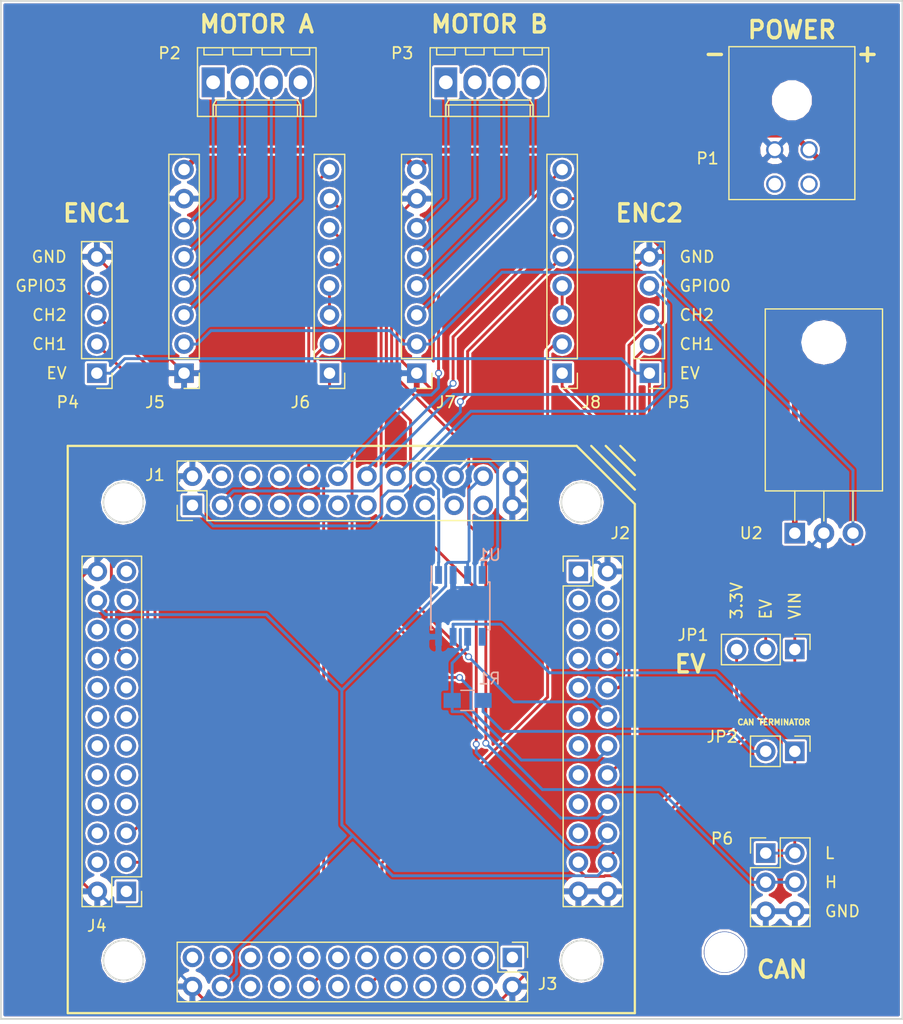
<source format=kicad_pcb>
(kicad_pcb (version 4) (host pcbnew 4.0.7+dfsg1-1~bpo9+1)
  (layers (0 F.Cu signal) (31 B.Cu signal) (34 B.Paste user) (35 F.Paste user) (36 B.SilkS user) (37 F.SilkS user) (38 B.Mask user) (39 F.Mask user) (44 Edge.Cuts user))
  (net 0 "")
  (net 1 GND)
  (net 2 /+3V3)
  (net 3 /GPIO0)
  (net 4 /TIM4_CH2)
  (net 5 /GPIO11)
  (net 6 /QSPI_NCS)
  (net 7 /I2C1_SCL)
  (net 8 /QSPI_IO2)
  (net 9 /I2C1_SDA)
  (net 10 /QSPI_IO1)
  (net 11 /A-EN)
  (net 12 /GPIO10)
  (net 13 /B-EN)
  (net 14 /GPIO13)
  (net 15 /B-MS2)
  (net 16 /SPI3_MOSI)
  (net 17 /B-MS3)
  (net 18 /SPI3_MISO)
  (net 19 /CAN3_TX)
  (net 20 /SPI3_SCK)
  (net 21 /CAN3_RX)
  (net 22 "Net-(J1-Pad21)")
  (net 23 /GPIO15)
  (net 24 /TIM8_CH4)
  (net 25 /SWCLK)
  (net 26 /TIM8_CH3)
  (net 27 /SWDIO)
  (net 28 /TIM8_CH2)
  (net 29 /B-DIR)
  (net 30 /TIM8_CH1)
  (net 31 /B-MS1)
  (net 32 /GPIO7)
  (net 33 /A-MS3)
  (net 34 /CAN1_TX)
  (net 35 /A-DIR)
  (net 36 /CAN1_RX)
  (net 37 /TIM4_CH1)
  (net 38 /UART5_TX)
  (net 39 /A-MS1)
  (net 40 /UART5_RX)
  (net 41 /A-MS2)
  (net 42 /VDD)
  (net 43 /TIM12_CH2)
  (net 44 /TIM12_CH1)
  (net 45 /TIM1_BKIN)
  (net 46 /I2C2_SCL)
  (net 47 /TIM1_CH3N)
  (net 48 /I2C2_SDA)
  (net 49 /TIM1_CH3)
  (net 50 /ADC_IN7)
  (net 51 /TIM1_CH2N)
  (net 52 /GPIO6)
  (net 53 /B-STEP)
  (net 54 /GPIO5)
  (net 55 /TIM1_CH1N)
  (net 56 /QSPI_CLK)
  (net 57 /A-STEP)
  (net 58 /ADC_IN14)
  (net 59 /SPI1_MOSI)
  (net 60 /SPI1_SCK)
  (net 61 /SPI1_MISO)
  (net 62 "Net-(J3-Pad21)")
  (net 63 /DAC1_OUT)
  (net 64 /TIM3_CH4)
  (net 65 /TIM2_CH2)
  (net 66 /TIM3_CH3)
  (net 67 /TIM2_CH1)
  (net 68 /ADC_IN13)
  (net 69 /ADC_IN10)
  (net 70 /ADC_IN15)
  (net 71 /SPI2_MOSI)
  (net 72 /NRST)
  (net 73 /SPI2_MISO)
  (net 74 /ADC_IN3)
  (net 75 /SPI2_SCK)
  (net 76 /ADC_IN2)
  (net 77 /GPIO4)
  (net 78 /VBAT)
  (net 79 /GPIO3)
  (net 80 /TIM9_CH2)
  (net 81 /GPIO2)
  (net 82 /TIM9_CH1)
  (net 83 "Net-(J4-Pad21)")
  (net 84 /GPIO1)
  (net 85 /A-1B)
  (net 86 /A-1A)
  (net 87 /A-2A)
  (net 88 /A-2B)
  (net 89 /VMOT)
  (net 90 /A-RST)
  (net 91 /B-1B)
  (net 92 /B-1A)
  (net 93 /B-2A)
  (net 94 /B-2B)
  (net 95 /B-RST)
  (net 96 /EV)
  (net 97 "Net-(JP2-Pad1)")
  (net 98 "Net-(JP2-Pad2)")
  (net 99 "Net-(U1-Pad5)")
  (net 100 "Net-(P6-Pad3)")
  (module Connectors_Molex:Molex_Microfit3_Header_02x02_Angled_43045-040x (layer F.Cu) (at 181.886 47.21 180)
    (fp_text reference P1 (at 5.866 -0.76 180) (layer F.SilkS))
    (fp_text value CONN_01X02)
    (pad 3 thru_hole circle (at 0 -3 180) (size 1.5 1.5) (drill 1.1) (layers *.Cu *.Mask))
    (pad 1 thru_hole circle (at 0 0 180) (size 1.5 1.5) (drill 1.1) (layers *.Cu *.Mask) (net 1 GND))
    (pad 4 thru_hole circle (at -3 -3 180) (size 1.5 1.5) (drill 1.1) (layers *.Cu *.Mask))
    (pad 2 thru_hole circle (at -3 0 180) (size 1.5 1.5) (drill 1.1) (layers *.Cu *.Mask) (net 89 /VMOT))
    (pad "" np_thru_hole circle (at -1.5 4.32 180) (size 3.1 3.1) (drill 3.1) (layers *.Cu *.Mask))
  )
  (module Socket_Strips:Socket_Strip_Straight_1x08_Pitch2.54mm (layer F.Cu) (at 130.3 66.72 180)
    (fp_text reference J5 (at 2.54 -2.54 180) (layer F.SilkS))
    (fp_text value CONN_01X08)
    (pad 1 thru_hole rect (at 0 0 180) (size 1.7 1.7) (drill 1) (layers *.Cu *.Mask) (net 1 GND))
    (pad 2 thru_hole oval (at 0 2.54 180) (size 1.7 1.7) (drill 1) (layers *.Cu *.Mask) (net 42 /VDD))
    (pad 3 thru_hole oval (at 0 5.08 180) (size 1.7 1.7) (drill 1) (layers *.Cu *.Mask) (net 85 /A-1B))
    (pad 4 thru_hole oval (at 0 7.62 180) (size 1.7 1.7) (drill 1) (layers *.Cu *.Mask) (net 86 /A-1A))
    (pad 5 thru_hole oval (at 0 10.16 180) (size 1.7 1.7) (drill 1) (layers *.Cu *.Mask) (net 87 /A-2A))
    (pad 6 thru_hole oval (at 0 12.7 180) (size 1.7 1.7) (drill 1) (layers *.Cu *.Mask) (net 88 /A-2B))
    (pad 7 thru_hole oval (at 0 15.24 180) (size 1.7 1.7) (drill 1) (layers *.Cu *.Mask) (net 1 GND))
    (pad 8 thru_hole oval (at 0 17.78 180) (size 1.7 1.7) (drill 1) (layers *.Cu *.Mask) (net 89 /VMOT))
  )
  (module Socket_Strips:Socket_Strip_Straight_1x08_Pitch2.54mm (layer F.Cu) (at 143 66.72 180)
    (fp_text reference J6 (at 2.54 -2.54 180) (layer F.SilkS))
    (fp_text value CONN_01X08)
    (pad 1 thru_hole rect (at 0 0 180) (size 1.7 1.7) (drill 1) (layers *.Cu *.Mask) (net 35 /A-DIR))
    (pad 2 thru_hole oval (at 0 2.54 180) (size 1.7 1.7) (drill 1) (layers *.Cu *.Mask) (net 57 /A-STEP))
    (pad 3 thru_hole oval (at 0 5.08 180) (size 1.7 1.7) (drill 1) (layers *.Cu *.Mask) (net 90 /A-RST))
    (pad 4 thru_hole oval (at 0 7.62 180) (size 1.7 1.7) (drill 1) (layers *.Cu *.Mask) (net 90 /A-RST))
    (pad 5 thru_hole oval (at 0 10.16 180) (size 1.7 1.7) (drill 1) (layers *.Cu *.Mask) (net 33 /A-MS3))
    (pad 6 thru_hole oval (at 0 12.7 180) (size 1.7 1.7) (drill 1) (layers *.Cu *.Mask) (net 41 /A-MS2))
    (pad 7 thru_hole oval (at 0 15.24 180) (size 1.7 1.7) (drill 1) (layers *.Cu *.Mask) (net 39 /A-MS1))
    (pad 8 thru_hole oval (at 0 17.78 180) (size 1.7 1.7) (drill 1) (layers *.Cu *.Mask) (net 11 /A-EN))
  )
  (module Socket_Strips:Socket_Strip_Straight_1x08_Pitch2.54mm (layer F.Cu) (at 150.62 66.72 180)
    (fp_text reference J7 (at -2.54 -2.54 180) (layer F.SilkS))
    (fp_text value CONN_01X08)
    (pad 1 thru_hole rect (at 0 0 180) (size 1.7 1.7) (drill 1) (layers *.Cu *.Mask) (net 1 GND))
    (pad 2 thru_hole oval (at 0 2.54 180) (size 1.7 1.7) (drill 1) (layers *.Cu *.Mask) (net 42 /VDD))
    (pad 3 thru_hole oval (at 0 5.08 180) (size 1.7 1.7) (drill 1) (layers *.Cu *.Mask) (net 91 /B-1B))
    (pad 4 thru_hole oval (at 0 7.62 180) (size 1.7 1.7) (drill 1) (layers *.Cu *.Mask) (net 92 /B-1A))
    (pad 5 thru_hole oval (at 0 10.16 180) (size 1.7 1.7) (drill 1) (layers *.Cu *.Mask) (net 93 /B-2A))
    (pad 6 thru_hole oval (at 0 12.7 180) (size 1.7 1.7) (drill 1) (layers *.Cu *.Mask) (net 94 /B-2B))
    (pad 7 thru_hole oval (at 0 15.24 180) (size 1.7 1.7) (drill 1) (layers *.Cu *.Mask) (net 1 GND))
    (pad 8 thru_hole oval (at 0 17.78 180) (size 1.7 1.7) (drill 1) (layers *.Cu *.Mask) (net 89 /VMOT))
  )
  (module Socket_Strips:Socket_Strip_Straight_1x08_Pitch2.54mm (layer F.Cu) (at 163.32 66.72 180)
    (fp_text reference J8 (at -2.54 -2.54 180) (layer F.SilkS))
    (fp_text value CONN_01X08)
    (pad 1 thru_hole rect (at 0 0 180) (size 1.7 1.7) (drill 1) (layers *.Cu *.Mask) (net 29 /B-DIR))
    (pad 2 thru_hole oval (at 0 2.54 180) (size 1.7 1.7) (drill 1) (layers *.Cu *.Mask) (net 53 /B-STEP))
    (pad 3 thru_hole oval (at 0 5.08 180) (size 1.7 1.7) (drill 1) (layers *.Cu *.Mask) (net 95 /B-RST))
    (pad 4 thru_hole oval (at 0 7.62 180) (size 1.7 1.7) (drill 1) (layers *.Cu *.Mask) (net 95 /B-RST))
    (pad 5 thru_hole oval (at 0 10.16 180) (size 1.7 1.7) (drill 1) (layers *.Cu *.Mask) (net 17 /B-MS3))
    (pad 6 thru_hole oval (at 0 12.7 180) (size 1.7 1.7) (drill 1) (layers *.Cu *.Mask) (net 15 /B-MS2))
    (pad 7 thru_hole oval (at 0 15.24 180) (size 1.7 1.7) (drill 1) (layers *.Cu *.Mask) (net 31 /B-MS1))
    (pad 8 thru_hole oval (at 0 17.78 180) (size 1.7 1.7) (drill 1) (layers *.Cu *.Mask) (net 13 /B-EN))
  )
  (module Pin_Headers:Pin_Header_Straight_1x03_Pitch2.54mm (layer F.Cu) (at 183.64 90.85 270)
    (fp_text reference JP1 (at -1.27 8.89 540) (layer F.SilkS))
    (fp_text value Jumper_NC_Dual)
    (pad 1 thru_hole rect (at 0 0 270) (size 1.7 1.7) (drill 1) (layers *.Cu *.Mask) (net 42 /VDD))
    (pad 2 thru_hole oval (at 0 2.54 270) (size 1.7 1.7) (drill 1) (layers *.Cu *.Mask) (net 96 /EV))
    (pad 3 thru_hole oval (at 0 5.08 270) (size 1.7 1.7) (drill 1) (layers *.Cu *.Mask) (net 2 /+3V3))
  )
  (module Pin_Headers:Pin_Header_Straight_1x02_Pitch2.54mm (layer F.Cu) (at 183.64 99.74 270)
    (fp_text reference JP2 (at -1.27 6.35 540) (layer F.SilkS))
    (fp_text value Jumper)
    (pad 1 thru_hole rect (at 0 0 270) (size 1.7 1.7) (drill 1) (layers *.Cu *.Mask) (net 97 "Net-(JP2-Pad1)"))
    (pad 2 thru_hole oval (at 0 2.54 270) (size 1.7 1.7) (drill 1) (layers *.Cu *.Mask) (net 98 "Net-(JP2-Pad2)"))
  )
  (module Connectors_Molex:Molex_KK-6410-04_04x2.54mm_Straight (layer F.Cu) (at 132.84 41.32)
    (fp_text reference P2 (at -3.81 -2.54) (layer F.SilkS))
    (fp_text value CONN_01X04)
    (pad 1 thru_hole rect (at 0 0) (size 2 2.6) (drill 1.2) (layers *.Cu *.Mask) (net 88 /A-2B))
    (pad 2 thru_hole oval (at 2.54 0) (size 2 2.6) (drill 1.2) (layers *.Cu *.Mask) (net 87 /A-2A))
    (pad 3 thru_hole oval (at 5.08 0) (size 2 2.6) (drill 1.2) (layers *.Cu *.Mask) (net 86 /A-1A))
    (pad 4 thru_hole oval (at 7.62 0) (size 2 2.6) (drill 1.2) (layers *.Cu *.Mask) (net 85 /A-1B))
  )
  (module Connectors_Molex:Molex_KK-6410-04_04x2.54mm_Straight (layer F.Cu) (at 153.16 41.32)
    (fp_text reference P3 (at -3.81 -2.54) (layer F.SilkS))
    (fp_text value CONN_01X04)
    (pad 1 thru_hole rect (at 0 0) (size 2 2.6) (drill 1.2) (layers *.Cu *.Mask) (net 94 /B-2B))
    (pad 2 thru_hole oval (at 2.54 0) (size 2 2.6) (drill 1.2) (layers *.Cu *.Mask) (net 93 /B-2A))
    (pad 3 thru_hole oval (at 5.08 0) (size 2 2.6) (drill 1.2) (layers *.Cu *.Mask) (net 92 /B-1A))
    (pad 4 thru_hole oval (at 7.62 0) (size 2 2.6) (drill 1.2) (layers *.Cu *.Mask) (net 91 /B-1B))
  )
  (module Pin_Headers:Pin_Header_Straight_1x05_Pitch2.54mm (layer F.Cu) (at 122.68 66.72 180)
    (fp_text reference P4 (at 2.54 -2.54 180) (layer F.SilkS))
    (fp_text value CONN_01X05)
    (pad 1 thru_hole rect (at 0 0 180) (size 1.7 1.7) (drill 1) (layers *.Cu *.Mask) (net 96 /EV))
    (pad 2 thru_hole oval (at 0 2.54 180) (size 1.7 1.7) (drill 1) (layers *.Cu *.Mask) (net 67 /TIM2_CH1))
    (pad 3 thru_hole oval (at 0 5.08 180) (size 1.7 1.7) (drill 1) (layers *.Cu *.Mask) (net 65 /TIM2_CH2))
    (pad 4 thru_hole oval (at 0 7.62 180) (size 1.7 1.7) (drill 1) (layers *.Cu *.Mask) (net 79 /GPIO3))
    (pad 5 thru_hole oval (at 0 10.16 180) (size 1.7 1.7) (drill 1) (layers *.Cu *.Mask) (net 1 GND))
  )
  (module Pin_Headers:Pin_Header_Straight_1x05_Pitch2.54mm (layer F.Cu) (at 170.94 66.72 180)
    (fp_text reference P5 (at -2.54 -2.54 180) (layer F.SilkS))
    (fp_text value CONN_01X05)
    (pad 1 thru_hole rect (at 0 0 180) (size 1.7 1.7) (drill 1) (layers *.Cu *.Mask) (net 96 /EV))
    (pad 2 thru_hole oval (at 0 2.54 180) (size 1.7 1.7) (drill 1) (layers *.Cu *.Mask) (net 37 /TIM4_CH1))
    (pad 3 thru_hole oval (at 0 5.08 180) (size 1.7 1.7) (drill 1) (layers *.Cu *.Mask) (net 4 /TIM4_CH2))
    (pad 4 thru_hole oval (at 0 7.62 180) (size 1.7 1.7) (drill 1) (layers *.Cu *.Mask) (net 3 /GPIO0))
    (pad 5 thru_hole oval (at 0 10.16 180) (size 1.7 1.7) (drill 1) (layers *.Cu *.Mask) (net 1 GND))
  )
  (module libs:CAN_Header (layer F.Cu) (at 181.1 108.63)
    (fp_text reference P6 (at -3.81 -1.27) (layer F.SilkS))
    (fp_text value Conn_02x03_Odd_Even)
    (pad 1 thru_hole rect (at 0 0) (size 1.7 1.7) (drill 1) (layers *.Cu *.Mask) (net 97 "Net-(JP2-Pad1)"))
    (pad 2 thru_hole oval (at 2.54 0) (size 1.7 1.7) (drill 1) (layers *.Cu *.Mask) (net 97 "Net-(JP2-Pad1)"))
    (pad 3 thru_hole oval (at 0 2.54) (size 1.7 1.7) (drill 1) (layers *.Cu *.Mask) (net 100 "Net-(P6-Pad3)"))
    (pad 4 thru_hole oval (at 2.54 2.54) (size 1.7 1.7) (drill 1) (layers *.Cu *.Mask) (net 100 "Net-(P6-Pad3)"))
    (pad 5 thru_hole oval (at 0 5.08) (size 1.7 1.7) (drill 1) (layers *.Cu *.Mask) (net 1 GND))
    (pad 6 thru_hole oval (at 2.54 5.08) (size 1.7 1.7) (drill 1) (layers *.Cu *.Mask) (net 1 GND))
    (pad "" np_thru_hole circle (at -3.6 8.65) (size 3.6 3.6) (drill 3.5) (layers *.Cu *.Mask))
  )
  (module Resistors_SMD:R_0805_HandSoldering (layer B.Cu) (at 155.065 95.295 180)
    (fp_text reference R1 (at -1.905 1.905 180) (layer B.SilkS) (effects (justify mirror)))
    (fp_text value R120)
    (pad 1 smd rect (at -1.35 0 180) (size 1.5 1.3) (layers B.Cu B.Paste B.Mask) (net 98 "Net-(JP2-Pad2)"))
    (pad 2 smd rect (at 1.35 0 180) (size 1.5 1.3) (layers B.Cu B.Paste B.Mask) (net 100 "Net-(P6-Pad3)"))
  )
  (module Housings_SOIC:SOIC-8_3.9x4.9mm_Pitch1.27mm (layer B.Cu) (at 154.43 87.04 270)
    (fp_text reference U1 (at -4.445 -2.54 360) (layer B.SilkS) (effects (justify mirror)))
    (fp_text value SN65HVD230)
    (pad 1 smd rect (at -2.7 1.905 270) (size 1.55 0.6) (layers B.Cu B.Paste B.Mask) (net 19 /CAN3_TX))
    (pad 2 smd rect (at -2.7 0.635 270) (size 1.55 0.6) (layers B.Cu B.Paste B.Mask) (net 1 GND))
    (pad 3 smd rect (at -2.7 -0.635 270) (size 1.55 0.6) (layers B.Cu B.Paste B.Mask) (net 2 /+3V3))
    (pad 4 smd rect (at -2.7 -1.905 270) (size 1.55 0.6) (layers B.Cu B.Paste B.Mask) (net 21 /CAN3_RX))
    (pad 5 smd rect (at 2.7 -1.905 270) (size 1.55 0.6) (layers B.Cu B.Paste B.Mask) (net 99 "Net-(U1-Pad5)"))
    (pad 6 smd rect (at 2.7 -0.635 270) (size 1.55 0.6) (layers B.Cu B.Paste B.Mask) (net 100 "Net-(P6-Pad3)"))
    (pad 7 smd rect (at 2.7 0.635 270) (size 1.55 0.6) (layers B.Cu B.Paste B.Mask) (net 97 "Net-(JP2-Pad1)"))
    (pad 8 smd rect (at 2.7 1.905 270) (size 1.55 0.6) (layers B.Cu B.Paste B.Mask) (net 1 GND))
  )
  (module Pin_Headers:Pin_Header_Straight_2x12_Pitch2.54mm (layer F.Cu) (at 131.03 78.26 90)
    (fp_text reference J1 (at 2.65 -3.27 180) (layer F.SilkS))
    (fp_text value Conn_02x12_Odd_Even)
    (pad 1 thru_hole rect (at 0 0 90) (size 1.7 1.7) (drill 1) (layers *.Cu *.Mask) (net 3 /GPIO0))
    (pad 2 thru_hole oval (at 2.54 0 90) (size 1.7 1.7) (drill 1) (layers *.Cu *.Mask) (net 1 GND))
    (pad 3 thru_hole oval (at 0 2.54 90) (size 1.7 1.7) (drill 1) (layers *.Cu *.Mask) (net 4 /TIM4_CH2))
    (pad 4 thru_hole oval (at 2.54 2.54 90) (size 1.7 1.7) (drill 1) (layers *.Cu *.Mask) (net 5 /GPIO11))
    (pad 5 thru_hole oval (at 0 5.08 90) (size 1.7 1.7) (drill 1) (layers *.Cu *.Mask) (net 6 /QSPI_NCS))
    (pad 6 thru_hole oval (at 2.54 5.08 90) (size 1.7 1.7) (drill 1) (layers *.Cu *.Mask) (net 7 /I2C1_SCL))
    (pad 7 thru_hole oval (at 0 7.62 90) (size 1.7 1.7) (drill 1) (layers *.Cu *.Mask) (net 8 /QSPI_IO2))
    (pad 8 thru_hole oval (at 2.54 7.62 90) (size 1.7 1.7) (drill 1) (layers *.Cu *.Mask) (net 9 /I2C1_SDA))
    (pad 9 thru_hole oval (at 0 10.16 90) (size 1.7 1.7) (drill 1) (layers *.Cu *.Mask) (net 10 /QSPI_IO1))
    (pad 10 thru_hole oval (at 2.54 10.16 90) (size 1.7 1.7) (drill 1) (layers *.Cu *.Mask) (net 11 /A-EN))
    (pad 11 thru_hole oval (at 0 12.7 90) (size 1.7 1.7) (drill 1) (layers *.Cu *.Mask) (net 12 /GPIO10))
    (pad 12 thru_hole oval (at 2.54 12.7 90) (size 1.7 1.7) (drill 1) (layers *.Cu *.Mask) (net 13 /B-EN))
    (pad 13 thru_hole oval (at 0 15.24 90) (size 1.7 1.7) (drill 1) (layers *.Cu *.Mask) (net 14 /GPIO13))
    (pad 14 thru_hole oval (at 2.54 15.24 90) (size 1.7 1.7) (drill 1) (layers *.Cu *.Mask) (net 15 /B-MS2))
    (pad 15 thru_hole oval (at 0 17.78 90) (size 1.7 1.7) (drill 1) (layers *.Cu *.Mask) (net 16 /SPI3_MOSI))
    (pad 16 thru_hole oval (at 2.54 17.78 90) (size 1.7 1.7) (drill 1) (layers *.Cu *.Mask) (net 17 /B-MS3))
    (pad 17 thru_hole oval (at 0 20.32 90) (size 1.7 1.7) (drill 1) (layers *.Cu *.Mask) (net 18 /SPI3_MISO))
    (pad 18 thru_hole oval (at 2.54 20.32 90) (size 1.7 1.7) (drill 1) (layers *.Cu *.Mask) (net 19 /CAN3_TX))
    (pad 19 thru_hole oval (at 0 22.86 90) (size 1.7 1.7) (drill 1) (layers *.Cu *.Mask) (net 20 /SPI3_SCK))
    (pad 20 thru_hole oval (at 2.54 22.86 90) (size 1.7 1.7) (drill 1) (layers *.Cu *.Mask) (net 21 /CAN3_RX))
    (pad 21 thru_hole oval (at 0 25.4 90) (size 1.7 1.7) (drill 1) (layers *.Cu *.Mask) (net 22 "Net-(J1-Pad21)"))
    (pad 22 thru_hole oval (at 2.54 25.4 90) (size 1.7 1.7) (drill 1) (layers *.Cu *.Mask) (net 2 /+3V3))
    (pad 23 thru_hole oval (at 0 27.94 90) (size 1.7 1.7) (drill 1) (layers *.Cu *.Mask) (net 1 GND))
    (pad 24 thru_hole oval (at 2.54 27.94 90) (size 1.7 1.7) (drill 1) (layers *.Cu *.Mask) (net 1 GND))
  )
  (module Pin_Headers:Pin_Header_Straight_2x12_Pitch2.54mm (layer F.Cu) (at 164.74 84.03)
    (fp_text reference J2 (at 3.66 -3.34) (layer F.SilkS))
    (fp_text value Conn_02x12_Odd_Even)
    (pad 1 thru_hole rect (at 0 0) (size 1.7 1.7) (drill 1) (layers *.Cu *.Mask) (net 23 /GPIO15))
    (pad 2 thru_hole oval (at 2.54 0) (size 1.7 1.7) (drill 1) (layers *.Cu *.Mask) (net 1 GND))
    (pad 3 thru_hole oval (at 0 2.54) (size 1.7 1.7) (drill 1) (layers *.Cu *.Mask) (net 24 /TIM8_CH4))
    (pad 4 thru_hole oval (at 2.54 2.54) (size 1.7 1.7) (drill 1) (layers *.Cu *.Mask) (net 25 /SWCLK))
    (pad 5 thru_hole oval (at 0 5.08) (size 1.7 1.7) (drill 1) (layers *.Cu *.Mask) (net 26 /TIM8_CH3))
    (pad 6 thru_hole oval (at 2.54 5.08) (size 1.7 1.7) (drill 1) (layers *.Cu *.Mask) (net 27 /SWDIO))
    (pad 7 thru_hole oval (at 0 7.62) (size 1.7 1.7) (drill 1) (layers *.Cu *.Mask) (net 28 /TIM8_CH2))
    (pad 8 thru_hole oval (at 2.54 7.62) (size 1.7 1.7) (drill 1) (layers *.Cu *.Mask) (net 29 /B-DIR))
    (pad 9 thru_hole oval (at 0 10.16) (size 1.7 1.7) (drill 1) (layers *.Cu *.Mask) (net 30 /TIM8_CH1))
    (pad 10 thru_hole oval (at 2.54 10.16) (size 1.7 1.7) (drill 1) (layers *.Cu *.Mask) (net 31 /B-MS1))
    (pad 11 thru_hole oval (at 0 12.7) (size 1.7 1.7) (drill 1) (layers *.Cu *.Mask) (net 32 /GPIO7))
    (pad 12 thru_hole oval (at 2.54 12.7) (size 1.7 1.7) (drill 1) (layers *.Cu *.Mask) (net 33 /A-MS3))
    (pad 13 thru_hole oval (at 0 15.24) (size 1.7 1.7) (drill 1) (layers *.Cu *.Mask) (net 34 /CAN1_TX))
    (pad 14 thru_hole oval (at 2.54 15.24) (size 1.7 1.7) (drill 1) (layers *.Cu *.Mask) (net 35 /A-DIR))
    (pad 15 thru_hole oval (at 0 17.78) (size 1.7 1.7) (drill 1) (layers *.Cu *.Mask) (net 36 /CAN1_RX))
    (pad 16 thru_hole oval (at 2.54 17.78) (size 1.7 1.7) (drill 1) (layers *.Cu *.Mask) (net 37 /TIM4_CH1))
    (pad 17 thru_hole oval (at 0 20.32) (size 1.7 1.7) (drill 1) (layers *.Cu *.Mask) (net 38 /UART5_TX))
    (pad 18 thru_hole oval (at 2.54 20.32) (size 1.7 1.7) (drill 1) (layers *.Cu *.Mask) (net 39 /A-MS1))
    (pad 19 thru_hole oval (at 0 22.86) (size 1.7 1.7) (drill 1) (layers *.Cu *.Mask) (net 40 /UART5_RX))
    (pad 20 thru_hole oval (at 2.54 22.86) (size 1.7 1.7) (drill 1) (layers *.Cu *.Mask) (net 41 /A-MS2))
    (pad 21 thru_hole oval (at 0 25.4) (size 1.7 1.7) (drill 1) (layers *.Cu *.Mask) (net 42 /VDD))
    (pad 22 thru_hole oval (at 2.54 25.4) (size 1.7 1.7) (drill 1) (layers *.Cu *.Mask) (net 2 /+3V3))
    (pad 23 thru_hole oval (at 0 27.94) (size 1.7 1.7) (drill 1) (layers *.Cu *.Mask) (net 1 GND))
    (pad 24 thru_hole oval (at 2.54 27.94) (size 1.7 1.7) (drill 1) (layers *.Cu *.Mask) (net 1 GND))
  )
  (module Pin_Headers:Pin_Header_Straight_2x12_Pitch2.54mm (layer F.Cu) (at 158.97 117.74 270)
    (fp_text reference J3 (at 2.32 -3.08 360) (layer F.SilkS))
    (fp_text value Conn_02x12_Odd_Even)
    (pad 1 thru_hole rect (at 0 0 270) (size 1.7 1.7) (drill 1) (layers *.Cu *.Mask) (net 43 /TIM12_CH2))
    (pad 2 thru_hole oval (at 2.54 0 270) (size 1.7 1.7) (drill 1) (layers *.Cu *.Mask) (net 1 GND))
    (pad 3 thru_hole oval (at 0 2.54 270) (size 1.7 1.7) (drill 1) (layers *.Cu *.Mask) (net 44 /TIM12_CH1))
    (pad 4 thru_hole oval (at 2.54 2.54 270) (size 1.7 1.7) (drill 1) (layers *.Cu *.Mask) (net 45 /TIM1_BKIN))
    (pad 5 thru_hole oval (at 0 5.08 270) (size 1.7 1.7) (drill 1) (layers *.Cu *.Mask) (net 46 /I2C2_SCL))
    (pad 6 thru_hole oval (at 2.54 5.08 270) (size 1.7 1.7) (drill 1) (layers *.Cu *.Mask) (net 47 /TIM1_CH3N))
    (pad 7 thru_hole oval (at 0 7.62 270) (size 1.7 1.7) (drill 1) (layers *.Cu *.Mask) (net 48 /I2C2_SDA))
    (pad 8 thru_hole oval (at 2.54 7.62 270) (size 1.7 1.7) (drill 1) (layers *.Cu *.Mask) (net 49 /TIM1_CH3))
    (pad 9 thru_hole oval (at 0 10.16 270) (size 1.7 1.7) (drill 1) (layers *.Cu *.Mask) (net 50 /ADC_IN7))
    (pad 10 thru_hole oval (at 2.54 10.16 270) (size 1.7 1.7) (drill 1) (layers *.Cu *.Mask) (net 51 /TIM1_CH2N))
    (pad 11 thru_hole oval (at 0 12.7 270) (size 1.7 1.7) (drill 1) (layers *.Cu *.Mask) (net 52 /GPIO6))
    (pad 12 thru_hole oval (at 2.54 12.7 270) (size 1.7 1.7) (drill 1) (layers *.Cu *.Mask) (net 53 /B-STEP))
    (pad 13 thru_hole oval (at 0 15.24 270) (size 1.7 1.7) (drill 1) (layers *.Cu *.Mask) (net 54 /GPIO5))
    (pad 14 thru_hole oval (at 2.54 15.24 270) (size 1.7 1.7) (drill 1) (layers *.Cu *.Mask) (net 55 /TIM1_CH1N))
    (pad 15 thru_hole oval (at 0 17.78 270) (size 1.7 1.7) (drill 1) (layers *.Cu *.Mask) (net 56 /QSPI_CLK))
    (pad 16 thru_hole oval (at 2.54 17.78 270) (size 1.7 1.7) (drill 1) (layers *.Cu *.Mask) (net 57 /A-STEP))
    (pad 17 thru_hole oval (at 0 20.32 270) (size 1.7 1.7) (drill 1) (layers *.Cu *.Mask) (net 58 /ADC_IN14))
    (pad 18 thru_hole oval (at 2.54 20.32 270) (size 1.7 1.7) (drill 1) (layers *.Cu *.Mask) (net 59 /SPI1_MOSI))
    (pad 19 thru_hole oval (at 0 22.86 270) (size 1.7 1.7) (drill 1) (layers *.Cu *.Mask) (net 60 /SPI1_SCK))
    (pad 20 thru_hole oval (at 2.54 22.86 270) (size 1.7 1.7) (drill 1) (layers *.Cu *.Mask) (net 61 /SPI1_MISO))
    (pad 21 thru_hole oval (at 0 25.4 270) (size 1.7 1.7) (drill 1) (layers *.Cu *.Mask) (net 62 "Net-(J3-Pad21)"))
    (pad 22 thru_hole oval (at 2.54 25.4 270) (size 1.7 1.7) (drill 1) (layers *.Cu *.Mask) (net 2 /+3V3))
    (pad 23 thru_hole oval (at 0 27.94 270) (size 1.7 1.7) (drill 1) (layers *.Cu *.Mask) (net 63 /DAC1_OUT))
    (pad 24 thru_hole oval (at 2.54 27.94 270) (size 1.7 1.7) (drill 1) (layers *.Cu *.Mask) (net 1 GND))
  )
  (module Pin_Headers:Pin_Header_Straight_2x12_Pitch2.54mm (layer F.Cu) (at 125.26 111.97 180)
    (fp_text reference J4 (at 2.58 -3.01 180) (layer F.SilkS))
    (fp_text value Conn_02x12_Odd_Even)
    (pad 1 thru_hole rect (at 0 0 180) (size 1.7 1.7) (drill 1) (layers *.Cu *.Mask) (net 64 /TIM3_CH4))
    (pad 2 thru_hole oval (at 2.54 0 180) (size 1.7 1.7) (drill 1) (layers *.Cu *.Mask) (net 1 GND))
    (pad 3 thru_hole oval (at 0 2.54 180) (size 1.7 1.7) (drill 1) (layers *.Cu *.Mask) (net 65 /TIM2_CH2))
    (pad 4 thru_hole oval (at 2.54 2.54 180) (size 1.7 1.7) (drill 1) (layers *.Cu *.Mask) (net 66 /TIM3_CH3))
    (pad 5 thru_hole oval (at 0 5.08 180) (size 1.7 1.7) (drill 1) (layers *.Cu *.Mask) (net 67 /TIM2_CH1))
    (pad 6 thru_hole oval (at 2.54 5.08 180) (size 1.7 1.7) (drill 1) (layers *.Cu *.Mask) (net 68 /ADC_IN13))
    (pad 7 thru_hole oval (at 0 7.62 180) (size 1.7 1.7) (drill 1) (layers *.Cu *.Mask) (net 69 /ADC_IN10))
    (pad 8 thru_hole oval (at 2.54 7.62 180) (size 1.7 1.7) (drill 1) (layers *.Cu *.Mask) (net 70 /ADC_IN15))
    (pad 9 thru_hole oval (at 0 10.16 180) (size 1.7 1.7) (drill 1) (layers *.Cu *.Mask) (net 71 /SPI2_MOSI))
    (pad 10 thru_hole oval (at 2.54 10.16 180) (size 1.7 1.7) (drill 1) (layers *.Cu *.Mask) (net 72 /NRST))
    (pad 11 thru_hole oval (at 0 12.7 180) (size 1.7 1.7) (drill 1) (layers *.Cu *.Mask) (net 73 /SPI2_MISO))
    (pad 12 thru_hole oval (at 2.54 12.7 180) (size 1.7 1.7) (drill 1) (layers *.Cu *.Mask) (net 74 /ADC_IN3))
    (pad 13 thru_hole oval (at 0 15.24 180) (size 1.7 1.7) (drill 1) (layers *.Cu *.Mask) (net 75 /SPI2_SCK))
    (pad 14 thru_hole oval (at 2.54 15.24 180) (size 1.7 1.7) (drill 1) (layers *.Cu *.Mask) (net 76 /ADC_IN2))
    (pad 15 thru_hole oval (at 0 17.78 180) (size 1.7 1.7) (drill 1) (layers *.Cu *.Mask) (net 77 /GPIO4))
    (pad 16 thru_hole oval (at 2.54 17.78 180) (size 1.7 1.7) (drill 1) (layers *.Cu *.Mask) (net 78 /VBAT))
    (pad 17 thru_hole oval (at 0 20.32 180) (size 1.7 1.7) (drill 1) (layers *.Cu *.Mask) (net 79 /GPIO3))
    (pad 18 thru_hole oval (at 2.54 20.32 180) (size 1.7 1.7) (drill 1) (layers *.Cu *.Mask) (net 80 /TIM9_CH2))
    (pad 19 thru_hole oval (at 0 22.86 180) (size 1.7 1.7) (drill 1) (layers *.Cu *.Mask) (net 81 /GPIO2))
    (pad 20 thru_hole oval (at 2.54 22.86 180) (size 1.7 1.7) (drill 1) (layers *.Cu *.Mask) (net 82 /TIM9_CH1))
    (pad 21 thru_hole oval (at 0 25.4 180) (size 1.7 1.7) (drill 1) (layers *.Cu *.Mask) (net 83 "Net-(J4-Pad21)"))
    (pad 22 thru_hole oval (at 2.54 25.4 180) (size 1.7 1.7) (drill 1) (layers *.Cu *.Mask) (net 2 /+3V3))
    (pad 23 thru_hole oval (at 0 27.94 180) (size 1.7 1.7) (drill 1) (layers *.Cu *.Mask) (net 84 /GPIO1))
    (pad 24 thru_hole oval (at 2.54 27.94 180) (size 1.7 1.7) (drill 1) (layers *.Cu *.Mask) (net 1 GND))
  )
  (module TO_SOT_Packages_THT:TO-220_Horizontal (layer F.Cu) (at 183.64 80.69)
    (fp_text reference U2 (at -3.81 0) (layer F.SilkS))
    (fp_text value 7805)
    (pad 0 np_thru_hole oval (at 2.54 -16.66) (size 3.5 3.5) (drill 3.5) (layers *.Cu *.Mask))
    (pad 1 thru_hole rect (at 0 0) (size 1.8 1.8) (drill 1) (layers *.Cu *.Mask) (net 89 /VMOT))
    (pad 2 thru_hole oval (at 2.54 0) (size 1.8 1.8) (drill 1) (layers *.Cu *.Mask) (net 1 GND))
    (pad 3 thru_hole oval (at 5.08 0) (size 1.8 1.8) (drill 1) (layers *.Cu *.Mask) (net 42 /VDD))
  )
  (gr_line (start 193.038 34.208) (end 193.038 123.108) (layer Edge.Cuts) (width 0.15))
  (gr_line (start 114.298 34.208) (end 193.038 34.208) (layer Edge.Cuts) (width 0.15))
  (gr_line (start 114.298 123.108) (end 114.298 34.208) (layer Edge.Cuts) (width 0.15))
  (gr_line (start 193.038 123.108) (end 114.298 123.108) (layer Edge.Cuts) (width 0.15))
  (gr_text - (at 176.655 38.78) (layer F.SilkS) (effects (font (size 1.5 1.5) (thickness 0.3))))
  (gr_text + (at 189.99 38.78) (layer F.SilkS) (effects (font (size 1.5 1.5) (thickness 0.3))))
  (gr_text POWER (at 183.386 36.748) (layer F.SilkS) (effects (font (size 1.5 1.5) (thickness 0.3))))
  (gr_line (start 168.4 73.07) (end 169.67 74.34) (angle 90) (layer F.SilkS) (width 0.2))
  (gr_line (start 169.67 75.61) (end 168.4 74.34) (angle 90) (layer F.SilkS) (width 0.2))
  (gr_line (start 167.13 73.07) (end 169.67 75.61) (angle 90) (layer F.SilkS) (width 0.2))
  (gr_line (start 169.67 76.88) (end 167.13 74.34) (angle 90) (layer F.SilkS) (width 0.2))
  (gr_line (start 165.86 73.07) (end 169.67 76.88) (angle 90) (layer F.SilkS) (width 0.2))
  (gr_line (start 120.14 122.6) (end 120.14 73.07) (angle 90) (layer F.SilkS) (width 0.2))
  (gr_line (start 169.67 122.6) (end 120.14 122.6) (angle 90) (layer F.SilkS) (width 0.2))
  (gr_line (start 169.67 78.15) (end 169.67 122.6) (angle 90) (layer F.SilkS) (width 0.2))
  (gr_line (start 164.59 73.07) (end 169.67 78.15) (angle 90) (layer F.SilkS) (width 0.2))
  (gr_line (start 120.14 73.07) (end 164.59 73.07) (angle 90) (layer F.SilkS) (width 0.2))
  (gr_text GND (at 186.18 113.71) (layer F.SilkS) (effects (font (size 1 1)) (justify left)))
  (gr_text H (at 186.18 111.17) (layer F.SilkS) (effects (font (size 1 1)) (justify left)))
  (gr_text L (at 186.18 108.63) (layer F.SilkS) (effects (font (size 1 1)) (justify left)))
  (gr_text CAN (at 184.91 118.79) (layer F.SilkS) (effects (font (size 1.5 1.5) (thickness 0.3)) (justify right)))
  (gr_text "CAN TERMINATOR" (at 178.56 97.2) (layer F.SilkS) (effects (font (size 0.5 0.5) (thickness 0.125)) (justify left)))
  (gr_text EV (at 176.02 92.12) (layer F.SilkS) (effects (font (size 1.5 1.5) (thickness 0.3)) (justify right)))
  (gr_text VIN (at 183.64 88.31 90) (layer F.SilkS) (effects (font (size 1 1)) (justify left)))
  (gr_text EV (at 181.1 88.31 90) (layer F.SilkS) (effects (font (size 1 1)) (justify left)))
  (gr_text 3.3V (at 178.56 88.31 90) (layer F.SilkS) (effects (font (size 1 1)) (justify left)))
  (gr_text "EV\n" (at 173.48 66.72) (layer F.SilkS) (effects (font (size 1 1)) (justify left)))
  (gr_text CH1 (at 173.48 64.18) (layer F.SilkS) (effects (font (size 1 1)) (justify left)))
  (gr_text CH2 (at 173.48 61.64) (layer F.SilkS) (effects (font (size 1 1)) (justify left)))
  (gr_text GPIO0 (at 173.48 59.1) (layer F.SilkS) (effects (font (size 1 1)) (justify left)))
  (gr_text GND (at 173.48 56.56) (layer F.SilkS) (effects (font (size 1 1)) (justify left)))
  (gr_text ENC2 (at 170.94 52.75) (layer F.SilkS) (effects (font (size 1.5 1.5) (thickness 0.3))))
  (gr_text ENC1 (at 122.68 52.75) (layer F.SilkS) (effects (font (size 1.5 1.5) (thickness 0.3))))
  (gr_text EV (at 120.14 66.72) (layer F.SilkS) (effects (font (size 1 1)) (justify right)))
  (gr_text CH1 (at 120.14 64.18) (layer F.SilkS) (effects (font (size 1 1)) (justify right)))
  (gr_text CH2 (at 120.14 61.64) (layer F.SilkS) (effects (font (size 1 1)) (justify right)))
  (gr_text GPIO3 (at 120.14 59.1) (layer F.SilkS) (effects (font (size 1 1)) (justify right)))
  (gr_text GND (at 120.14 56.56) (layer F.SilkS) (effects (font (size 1 1)) (justify right)))
  (gr_text "MOTOR B" (at 156.97 36.24) (layer F.SilkS) (effects (font (size 1.5 1.5) (thickness 0.3))))
  (gr_text "MOTOR A" (at 136.65 36.24) (layer F.SilkS) (effects (font (size 1.5 1.5) (thickness 0.3))))
  (gr_circle (center 125 78) (end 126.75 78) (layer Edge.Cuts) (width 0.15))
  (gr_circle (center 165 78) (end 166.75 78) (layer Edge.Cuts) (width 0.15))
  (gr_circle (center 125 118) (end 126.75 118) (layer Edge.Cuts) (width 0.15))
  (gr_circle (center 165 118) (end 166.75 118) (layer Edge.Cuts) (width 0.15))
  (segment (start 170.94 56.56) (end 174.75 52.75) (width 0.25) (layer B.Cu) (net 1))
  (segment (start 174.75 52.75) (end 176.346 52.75) (width 0.25) (layer B.Cu) (net 1))
  (segment (start 176.346 52.75) (end 181.886 47.21) (width 0.25) (layer B.Cu) (net 1))
  (segment (start 130.3 66.72) (end 127.887 64.307) (width 0.25) (layer F.Cu) (net 1))
  (segment (start 127.887 64.307) (end 127.887 61.767) (width 0.25) (layer F.Cu) (net 1))
  (segment (start 127.887 61.767) (end 122.68 56.56) (width 0.25) (layer F.Cu) (net 1))
  (segment (start 150.62 51.48) (end 150.493 51.48) (width 0.25) (layer F.Cu) (net 1))
  (segment (start 150.493 51.48) (end 149.35 52.623) (width 0.25) (layer F.Cu) (net 1))
  (segment (start 149.35 52.623) (end 149.35 65.704) (width 0.25) (layer F.Cu) (net 1))
  (segment (start 149.35 65.704) (end 150.366 66.72) (width 0.25) (layer F.Cu) (net 1))
  (segment (start 150.366 66.72) (end 150.62 66.72) (width 0.25) (layer F.Cu) (net 1))
  (segment (start 150.62 66.72) (end 150.62 66.847) (width 0.25) (layer F.Cu) (net 1))
  (segment (start 150.62 66.847) (end 153.6018 69.8288) (width 0.25) (layer F.Cu) (net 1))
  (segment (start 153.6018 69.8288) (end 154.786236 69.8288) (width 0.25) (layer F.Cu) (net 1))
  (segment (start 154.786236 69.8288) (end 158.97 69.8288) (width 0.25) (layer F.Cu) (net 1))
  (segment (start 170.94 56.56) (end 170.686 56.56) (width 0.25) (layer F.Cu) (net 1))
  (segment (start 170.686 56.56) (end 164.336 62.91) (width 0.25) (layer F.Cu) (net 1))
  (segment (start 164.336 62.91) (end 162.8821 62.91) (width 0.25) (layer F.Cu) (net 1))
  (segment (start 162.8821 62.91) (end 158.97 66.8221) (width 0.25) (layer F.Cu) (net 1))
  (segment (start 158.97 66.8221) (end 158.97 69.8288) (width 0.25) (layer F.Cu) (net 1))
  (segment (start 131.03 120.28) (end 131.028 120.28) (width 0.25) (layer B.Cu) (net 1))
  (segment (start 131.028 120.28) (end 122.718 111.97) (width 0.25) (layer B.Cu) (net 1))
  (segment (start 122.718 111.97) (end 122.72 111.97) (width 0.25) (layer B.Cu) (net 1))
  (segment (start 131.03 120.28) (end 131.03 120.409) (width 0.25) (layer F.Cu) (net 1))
  (segment (start 131.03 120.409) (end 132.205 121.584) (width 0.25) (layer F.Cu) (net 1))
  (segment (start 132.205 121.584) (end 157.859 121.584) (width 0.25) (layer F.Cu) (net 1))
  (segment (start 157.859 121.584) (end 158.97 120.473) (width 0.25) (layer F.Cu) (net 1))
  (segment (start 158.97 120.473) (end 158.97 120.28) (width 0.25) (layer F.Cu) (net 1))
  (segment (start 158.97 120.28) (end 159.036 120.28) (width 0.25) (layer F.Cu) (net 1))
  (segment (start 159.036 120.28) (end 164.74 114.576) (width 0.25) (layer F.Cu) (net 1))
  (segment (start 164.74 114.576) (end 164.74 111.97) (width 0.25) (layer F.Cu) (net 1))
  (segment (start 122.72 111.97) (end 122.21 111.97) (width 0.25) (layer F.Cu) (net 1))
  (segment (start 121.41 84.5) (end 121.88 84.03) (width 0.25) (layer F.Cu) (net 1))
  (segment (start 122.21 111.97) (end 121.41 111.17) (width 0.25) (layer F.Cu) (net 1))
  (segment (start 121.41 111.17) (end 121.41 84.5) (width 0.25) (layer F.Cu) (net 1))
  (segment (start 121.88 84.03) (end 122.72 84.03) (width 0.25) (layer F.Cu) (net 1))
  (segment (start 122.72 84.03) (end 122.72 83.222) (width 0.25) (layer B.Cu) (net 1))
  (segment (start 129.8547 75.72) (end 131.03 75.72) (width 0.25) (layer B.Cu) (net 1))
  (segment (start 122.72 83.222) (end 129.8547 76.0873) (width 0.25) (layer B.Cu) (net 1))
  (segment (start 129.8547 76.0873) (end 129.8547 75.72) (width 0.25) (layer B.Cu) (net 1))
  (segment (start 167.28 84.03) (end 167.28 84.015) (width 0.25) (layer B.Cu) (net 1))
  (segment (start 164.4972 81.6145) (end 160.6827 81.6145) (width 0.25) (layer B.Cu) (net 1))
  (segment (start 167.28 84.015) (end 166.495 83.23) (width 0.25) (layer B.Cu) (net 1))
  (segment (start 166.495 83.23) (end 166.1127 83.23) (width 0.25) (layer B.Cu) (net 1))
  (segment (start 166.1127 83.23) (end 164.4972 81.6145) (width 0.25) (layer B.Cu) (net 1))
  (segment (start 186.18 80.69) (end 182.84 84.03) (width 0.25) (layer B.Cu) (net 1))
  (segment (start 182.84 84.03) (end 167.28 84.03) (width 0.25) (layer B.Cu) (net 1))
  (segment (start 178.1847 111.97) (end 179.9247 113.71) (width 0.25) (layer B.Cu) (net 1))
  (segment (start 167.28 111.97) (end 178.1847 111.97) (width 0.25) (layer B.Cu) (net 1))
  (segment (start 181.1 113.71) (end 179.9247 113.71) (width 0.25) (layer B.Cu) (net 1))
  (segment (start 183.64 113.71) (end 181.1 113.71) (width 0.25) (layer B.Cu) (net 1))
  (segment (start 124.0447 56.56) (end 129.1247 51.48) (width 0.25) (layer B.Cu) (net 1))
  (segment (start 122.68 56.56) (end 124.0447 56.56) (width 0.25) (layer B.Cu) (net 1))
  (segment (start 130.3 51.48) (end 129.1247 51.48) (width 0.25) (layer B.Cu) (net 1))
  (segment (start 130.3 66.72) (end 131.4753 66.72) (width 0.25) (layer B.Cu) (net 1))
  (segment (start 150.62 66.72) (end 149.4447 66.72) (width 0.25) (layer B.Cu) (net 1))
  (segment (start 167.28 111.97) (end 166.1047 111.97) (width 0.25) (layer F.Cu) (net 1))
  (segment (start 164.74 111.97) (end 166.1047 111.97) (width 0.25) (layer F.Cu) (net 1))
  (segment (start 131.4753 66.72) (end 132.6506 67.8953) (width 0.25) (layer B.Cu) (net 1))
  (segment (start 148.2694 67.8953) (end 149.4447 66.72) (width 0.25) (layer B.Cu) (net 1))
  (segment (start 132.6506 67.8953) (end 148.2694 67.8953) (width 0.25) (layer B.Cu) (net 1))
  (segment (start 158.97 78.26) (end 158.97 79.4353) (width 0.25) (layer B.Cu) (net 1))
  (segment (start 131.03 69.5159) (end 131.03 75.72) (width 0.25) (layer B.Cu) (net 1))
  (segment (start 132.6506 67.8953) (end 131.03 69.5159) (width 0.25) (layer B.Cu) (net 1))
  (segment (start 158.97 79.9018) (end 158.97 79.4353) (width 0.25) (layer B.Cu) (net 1))
  (segment (start 160.6827 81.6145) (end 158.97 79.9018) (width 0.25) (layer B.Cu) (net 1))
  (segment (start 156.8569 85.4403) (end 153.795 85.4403) (width 0.25) (layer B.Cu) (net 1))
  (segment (start 160.6827 81.6145) (end 156.8569 85.4403) (width 0.25) (layer B.Cu) (net 1))
  (segment (start 153.795 84.34) (end 153.795 85.4403) (width 0.25) (layer B.Cu) (net 1))
  (segment (start 152.525 86.7103) (end 153.795 85.4403) (width 0.25) (layer B.Cu) (net 1))
  (segment (start 152.525 89.74) (end 152.525 86.7103) (width 0.25) (layer B.Cu) (net 1))
  (segment (start 158.97 78.26) (end 158.97 75.72) (width 0.25) (layer F.Cu) (net 1))
  (segment (start 158.97 75.72) (end 158.97 75.1323) (width 0.25) (layer F.Cu) (net 1))
  (segment (start 158.97 75.1323) (end 158.97 69.8288) (width 0.25) (layer F.Cu) (net 1))
  (segment (start 122.72 86.57) (end 122.72 87.08) (width 0.25) (layer B.Cu) (net 2))
  (segment (start 122.72 87.08) (end 123.442 87.802) (width 0.25) (layer B.Cu) (net 2))
  (segment (start 123.442 87.802) (end 137.4847 87.802) (width 0.25) (layer B.Cu) (net 2))
  (segment (start 137.4847 87.802) (end 144.0786 94.3959) (width 0.25) (layer B.Cu) (net 2))
  (segment (start 156.43 75.72) (end 156.4028 75.72) (width 0.25) (layer B.Cu) (net 2))
  (segment (start 156.4028 75.72) (end 155.192 76.9308) (width 0.25) (layer B.Cu) (net 2))
  (segment (start 155.192 76.9308) (end 155.192 83.1127) (width 0.25) (layer B.Cu) (net 2))
  (segment (start 155.192 83.1127) (end 155.065 83.2397) (width 0.25) (layer B.Cu) (net 2))
  (segment (start 133.57 120.28) (end 133.763 120.28) (width 0.25) (layer B.Cu) (net 2))
  (segment (start 133.763 120.28) (end 134.872 119.171) (width 0.25) (layer B.Cu) (net 2))
  (segment (start 134.872 119.171) (end 134.872 117.2581) (width 0.25) (layer B.Cu) (net 2))
  (segment (start 134.872 117.2581) (end 145.024 107.1061) (width 0.25) (layer B.Cu) (net 2))
  (segment (start 167.28 109.43) (end 167.28 109.75) (width 0.25) (layer B.Cu) (net 2))
  (segment (start 167.28 109.75) (end 166.4247 110.6053) (width 0.25) (layer B.Cu) (net 2))
  (segment (start 166.4247 110.6053) (end 148.5232 110.6053) (width 0.25) (layer B.Cu) (net 2))
  (segment (start 148.5232 110.6053) (end 145.024 107.1061) (width 0.25) (layer B.Cu) (net 2))
  (segment (start 178.56 90.85) (end 178.56 97.835) (width 0.25) (layer F.Cu) (net 2))
  (segment (start 178.56 97.835) (end 167.28 109.115) (width 0.25) (layer F.Cu) (net 2))
  (segment (start 167.28 109.115) (end 167.28 109.43) (width 0.25) (layer F.Cu) (net 2))
  (segment (start 155.065 84.34) (end 155.065 83.2397) (width 0.25) (layer B.Cu) (net 2))
  (segment (start 144.0786 106.1607) (end 145.024 107.1061) (width 0.25) (layer B.Cu) (net 2))
  (segment (start 144.0786 94.3959) (end 144.0786 106.1607) (width 0.25) (layer B.Cu) (net 2))
  (segment (start 153.3521 83.2397) (end 155.065 83.2397) (width 0.25) (layer B.Cu) (net 2))
  (segment (start 153.1504 83.4414) (end 153.3521 83.2397) (width 0.25) (layer B.Cu) (net 2))
  (segment (start 153.1504 85.3241) (end 153.1504 83.4414) (width 0.25) (layer B.Cu) (net 2))
  (segment (start 144.0786 94.3959) (end 153.1504 85.3241) (width 0.25) (layer B.Cu) (net 2))
  (segment (start 131.03 78.26) (end 131.045 78.26) (width 0.25) (layer B.Cu) (net 3))
  (segment (start 172.6239 67.922) (end 172.6239 60.7839) (width 0.25) (layer B.Cu) (net 3))
  (segment (start 131.045 78.26) (end 132.84 80.055) (width 0.25) (layer B.Cu) (net 3))
  (segment (start 132.84 80.055) (end 146.4925 80.055) (width 0.25) (layer B.Cu) (net 3))
  (segment (start 148.1435 77.007) (end 149.4135 77.007) (width 0.25) (layer B.Cu) (net 3))
  (segment (start 146.4925 80.055) (end 147.572 78.9755) (width 0.25) (layer B.Cu) (net 3))
  (segment (start 149.4135 77.007) (end 150.08 76.3405) (width 0.25) (layer B.Cu) (net 3))
  (segment (start 150.08 75.309) (end 155.3432 70.0458) (width 0.25) (layer B.Cu) (net 3))
  (segment (start 147.572 78.9755) (end 147.572 77.5785) (width 0.25) (layer B.Cu) (net 3))
  (segment (start 147.572 77.5785) (end 148.1435 77.007) (width 0.25) (layer B.Cu) (net 3))
  (segment (start 155.3432 70.0458) (end 170.5001 70.0458) (width 0.25) (layer B.Cu) (net 3))
  (segment (start 150.08 76.3405) (end 150.08 75.309) (width 0.25) (layer B.Cu) (net 3))
  (segment (start 170.5001 70.0458) (end 172.6239 67.922) (width 0.25) (layer B.Cu) (net 3))
  (segment (start 172.6239 60.7839) (end 170.94 59.1) (width 0.25) (layer B.Cu) (net 3))
  (segment (start 133.57 78.26) (end 133.57 78.055) (width 0.25) (layer B.Cu) (net 4))
  (segment (start 133.57 78.055) (end 134.618 77.007) (width 0.25) (layer B.Cu) (net 4))
  (segment (start 134.618 77.007) (end 146.81 77.007) (width 0.25) (layer B.Cu) (net 4))
  (segment (start 146.81 77.007) (end 147.5085 76.3085) (width 0.25) (layer B.Cu) (net 4))
  (segment (start 147.5085 76.3085) (end 147.5085 74.879) (width 0.25) (layer B.Cu) (net 4))
  (segment (start 147.5085 74.879) (end 153.8104 68.5771) (width 0.25) (layer B.Cu) (net 4))
  (segment (start 153.8104 68.5771) (end 171.3223 68.5771) (width 0.25) (layer B.Cu) (net 4))
  (segment (start 171.3223 68.5771) (end 172.1317 67.7677) (width 0.25) (layer B.Cu) (net 4))
  (segment (start 172.1317 67.7677) (end 172.1317 62.8317) (width 0.25) (layer B.Cu) (net 4))
  (segment (start 172.1317 62.8317) (end 171.789999 62.489999) (width 0.25) (layer B.Cu) (net 4))
  (segment (start 171.789999 62.489999) (end 170.94 61.64) (width 0.25) (layer B.Cu) (net 4))
  (segment (start 143 48.94) (end 141.19 50.75) (width 0.25) (layer F.Cu) (net 11))
  (segment (start 141.19 50.75) (end 141.19 75.72) (width 0.25) (layer F.Cu) (net 11))
  (segment (start 143.73 75.72) (end 143.73 75.515) (width 0.25) (layer B.Cu) (net 13))
  (segment (start 150.62 68.625) (end 151.89 68.625) (width 0.25) (layer B.Cu) (net 13))
  (segment (start 143.73 75.515) (end 150.62 68.625) (width 0.25) (layer B.Cu) (net 13))
  (segment (start 151.89 68.625) (end 152.524992 67.990008) (width 0.25) (layer B.Cu) (net 13))
  (segment (start 152.524992 67.990008) (end 152.524992 66.72) (width 0.25) (layer B.Cu) (net 13))
  (segment (start 152.524992 66.295736) (end 152.524992 66.72) (width 0.25) (layer F.Cu) (net 13))
  (segment (start 163.32 48.94) (end 152.524992 59.735008) (width 0.25) (layer F.Cu) (net 13))
  (segment (start 152.524992 59.735008) (end 152.524992 66.295736) (width 0.25) (layer F.Cu) (net 13))
  (via (at 152.524992 66.72) (size 0.6) (drill 0.4) (layers F.Cu B.Cu) (net 13))
  (segment (start 146.27 75.72) (end 146.302 75.688) (width 0.25) (layer B.Cu) (net 15))
  (segment (start 146.302 75.688) (end 146.302 75.102002) (width 0.25) (layer B.Cu) (net 15))
  (segment (start 146.302 75.102002) (end 153.495003 67.908999) (width 0.25) (layer B.Cu) (net 15))
  (segment (start 153.495003 67.908999) (end 153.795002 67.609) (width 0.25) (layer B.Cu) (net 15))
  (segment (start 153.795002 67.184736) (end 153.795002 67.609) (width 0.25) (layer F.Cu) (net 15))
  (segment (start 153.795002 63.544998) (end 153.795002 67.184736) (width 0.25) (layer F.Cu) (net 15))
  (segment (start 163.32 54.02) (end 153.795002 63.544998) (width 0.25) (layer F.Cu) (net 15))
  (via (at 153.795002 67.609) (size 0.6) (drill 0.4) (layers F.Cu B.Cu) (net 15))
  (segment (start 154.729999 68.903791) (end 154.43 69.20379) (width 0.25) (layer F.Cu) (net 17))
  (segment (start 155.065 68.56879) (end 154.729999 68.903791) (width 0.25) (layer F.Cu) (net 17))
  (segment (start 154.43 70.1) (end 154.43 69.628054) (width 0.25) (layer B.Cu) (net 17))
  (segment (start 148.81 75.72) (end 154.43 70.1) (width 0.25) (layer B.Cu) (net 17))
  (segment (start 155.065 64.815) (end 155.065 68.56879) (width 0.25) (layer F.Cu) (net 17))
  (segment (start 154.43 69.628054) (end 154.43 69.20379) (width 0.25) (layer B.Cu) (net 17))
  (via (at 154.43 69.20379) (size 0.6) (drill 0.4) (layers F.Cu B.Cu) (net 17))
  (segment (start 163.32 56.56) (end 155.065 64.815) (width 0.25) (layer F.Cu) (net 17))
  (segment (start 151.35 75.72) (end 151.365 75.72) (width 0.25) (layer B.Cu) (net 19))
  (segment (start 151.365 75.72) (end 152.525 76.88) (width 0.25) (layer B.Cu) (net 19))
  (segment (start 152.525 76.88) (end 152.525 77.703) (width 0.25) (layer B.Cu) (net 19))
  (segment (start 152.525 77.703) (end 152.547 77.725) (width 0.25) (layer B.Cu) (net 19))
  (segment (start 152.547 77.725) (end 152.547 83.2177) (width 0.25) (layer B.Cu) (net 19))
  (segment (start 152.547 83.2177) (end 152.525 83.2397) (width 0.25) (layer B.Cu) (net 19))
  (segment (start 152.525 83.2397) (end 152.525 84.34) (width 0.25) (layer B.Cu) (net 19))
  (segment (start 153.89 75.72) (end 155.1684 74.4416) (width 0.25) (layer B.Cu) (net 21))
  (segment (start 157.6812 75.2036) (end 157.6812 81.8935) (width 0.25) (layer B.Cu) (net 21))
  (segment (start 155.1684 74.4416) (end 156.9192 74.4416) (width 0.25) (layer B.Cu) (net 21))
  (segment (start 156.9192 74.4416) (end 157.6812 75.2036) (width 0.25) (layer B.Cu) (net 21))
  (segment (start 157.6812 81.8935) (end 156.335 83.2397) (width 0.25) (layer B.Cu) (net 21))
  (segment (start 156.335 83.2397) (end 156.335 83.315) (width 0.25) (layer B.Cu) (net 21))
  (segment (start 156.335 83.315) (end 156.335 84.34) (width 0.25) (layer B.Cu) (net 21))
  (segment (start 167.28 91.65) (end 167.727 91.65) (width 0.25) (layer F.Cu) (net 29))
  (segment (start 167.727 91.65) (end 168.654 90.723) (width 0.25) (layer F.Cu) (net 29))
  (segment (start 168.654 90.723) (end 168.654 73.2293) (width 0.25) (layer F.Cu) (net 29))
  (segment (start 168.654 73.2293) (end 163.32 67.8953) (width 0.25) (layer F.Cu) (net 29))
  (segment (start 163.32 67.8953) (end 163.32 66.72) (width 0.25) (layer F.Cu) (net 29))
  (segment (start 167.28 94.19) (end 168.235 94.19) (width 0.25) (layer F.Cu) (net 31))
  (segment (start 168.235 94.19) (end 169.162 93.263) (width 0.25) (layer F.Cu) (net 31))
  (segment (start 172.1589 62.1756) (end 172.1589 56.0009) (width 0.25) (layer F.Cu) (net 31))
  (segment (start 169.162 93.263) (end 169.162 64.2844) (width 0.25) (layer F.Cu) (net 31))
  (segment (start 169.162 64.2844) (end 170.5366 62.9098) (width 0.25) (layer F.Cu) (net 31))
  (segment (start 172.1589 56.0009) (end 167.638 51.48) (width 0.25) (layer F.Cu) (net 31))
  (segment (start 170.5366 62.9098) (end 171.4247 62.9098) (width 0.25) (layer F.Cu) (net 31))
  (segment (start 171.4247 62.9098) (end 172.1589 62.1756) (width 0.25) (layer F.Cu) (net 31))
  (segment (start 167.638 51.48) (end 163.32 51.48) (width 0.25) (layer F.Cu) (net 31))
  (segment (start 155.1472 91.4858) (end 147.5085 83.8471) (width 0.25) (layer F.Cu) (net 33))
  (segment (start 147.5085 83.8471) (end 147.5085 61.0685) (width 0.25) (layer F.Cu) (net 33))
  (segment (start 147.5085 61.0685) (end 143.889 57.449) (width 0.25) (layer F.Cu) (net 33))
  (segment (start 143.889 57.449) (end 143 56.56) (width 0.25) (layer F.Cu) (net 33))
  (segment (start 167.28 96.73) (end 167.28 96.715) (width 0.25) (layer B.Cu) (net 33))
  (segment (start 167.28 96.715) (end 165.987 95.422) (width 0.25) (layer B.Cu) (net 33))
  (segment (start 165.987 95.422) (end 159.0834 95.422) (width 0.25) (layer B.Cu) (net 33))
  (segment (start 159.0834 95.422) (end 155.1472 91.4858) (width 0.25) (layer B.Cu) (net 33))
  (via (at 155.1472 91.4858) (size 0.6) (layers F.Cu B.Cu) (net 33))
  (segment (start 154.3635 93.296) (end 153.3835 93.296) (width 0.25) (layer F.Cu) (net 35))
  (segment (start 153.3835 93.296) (end 144.9685 84.881) (width 0.25) (layer F.Cu) (net 35))
  (segment (start 144.9685 84.881) (end 144.9685 69.8638) (width 0.25) (layer F.Cu) (net 35))
  (segment (start 144.9685 69.8638) (end 143 67.8953) (width 0.25) (layer F.Cu) (net 35))
  (segment (start 143 67.8953) (end 143 66.72) (width 0.25) (layer F.Cu) (net 35))
  (segment (start 167.28 99.27) (end 167.28 99.59) (width 0.25) (layer B.Cu) (net 35))
  (segment (start 167.28 99.59) (end 166.368 100.502) (width 0.25) (layer B.Cu) (net 35))
  (segment (start 159.7619 100.502) (end 155.3396 96.0797) (width 0.25) (layer B.Cu) (net 35))
  (segment (start 166.368 100.502) (end 159.7619 100.502) (width 0.25) (layer B.Cu) (net 35))
  (segment (start 155.3396 96.0797) (end 155.3396 94.2721) (width 0.25) (layer B.Cu) (net 35))
  (segment (start 155.3396 94.2721) (end 154.3635 93.296) (width 0.25) (layer B.Cu) (net 35))
  (via (at 154.3635 93.296) (size 0.6) (layers F.Cu B.Cu) (net 35))
  (segment (start 170.94 64.18) (end 169.67 65.45) (width 0.25) (layer F.Cu) (net 37))
  (segment (start 169.67 65.45) (end 169.67 99.486) (width 0.25) (layer F.Cu) (net 37))
  (segment (start 169.67 99.486) (end 167.346 101.81) (width 0.25) (layer F.Cu) (net 37))
  (segment (start 167.346 101.81) (end 167.28 101.81) (width 0.25) (layer F.Cu) (net 37))
  (segment (start 143.849999 52.329999) (end 143 51.48) (width 0.25) (layer F.Cu) (net 39))
  (segment (start 148.899989 67.160089) (end 148.899989 57.379989) (width 0.25) (layer F.Cu) (net 39))
  (segment (start 155.16 79.9526) (end 155.16 73.4201) (width 0.25) (layer F.Cu) (net 39))
  (segment (start 156.6555 81.4481) (end 155.16 79.9526) (width 0.25) (layer F.Cu) (net 39))
  (segment (start 155.16 73.4201) (end 148.899989 67.160089) (width 0.25) (layer F.Cu) (net 39))
  (segment (start 156.6555 99.0291) (end 156.6555 81.4481) (width 0.25) (layer F.Cu) (net 39))
  (segment (start 148.899989 57.379989) (end 143.849999 52.329999) (width 0.25) (layer F.Cu) (net 39))
  (segment (start 167.28 104.35) (end 167.28 104.67) (width 0.25) (layer B.Cu) (net 39))
  (segment (start 167.28 104.67) (end 166.3805 105.5695) (width 0.25) (layer B.Cu) (net 39))
  (segment (start 166.3805 105.5695) (end 163.1959 105.5695) (width 0.25) (layer B.Cu) (net 39))
  (segment (start 163.1959 105.5695) (end 156.6555 99.0291) (width 0.25) (layer B.Cu) (net 39))
  (via (at 156.6555 99.0291) (size 0.6) (layers F.Cu B.Cu) (net 39))
  (segment (start 143 54.02) (end 148.4265 59.4465) (width 0.25) (layer F.Cu) (net 41))
  (segment (start 148.4265 59.4465) (end 148.4265 69.1984) (width 0.25) (layer F.Cu) (net 41))
  (segment (start 148.4265 69.1984) (end 150.08 70.8519) (width 0.25) (layer F.Cu) (net 41))
  (segment (start 150.08 70.8519) (end 150.08 79.8248) (width 0.25) (layer F.Cu) (net 41))
  (segment (start 150.08 79.8248) (end 155.8184 85.5632) (width 0.25) (layer F.Cu) (net 41))
  (segment (start 155.8184 85.5632) (end 155.8184 99.1171) (width 0.25) (layer F.Cu) (net 41))
  (segment (start 167.28 106.89) (end 167.28 107.21) (width 0.25) (layer B.Cu) (net 41))
  (segment (start 167.28 107.21) (end 166.368 108.122) (width 0.25) (layer B.Cu) (net 41))
  (segment (start 166.368 108.122) (end 164.082 108.122) (width 0.25) (layer B.Cu) (net 41))
  (segment (start 164.082 108.122) (end 155.8184 99.8584) (width 0.25) (layer B.Cu) (net 41))
  (segment (start 155.8184 99.8584) (end 155.8184 99.1171) (width 0.25) (layer B.Cu) (net 41))
  (via (at 155.8184 99.1171) (size 0.6) (layers F.Cu B.Cu) (net 41))
  (segment (start 183.64 90.85) (end 183.64 94.025) (width 0.25) (layer F.Cu) (net 42))
  (segment (start 167.059999 110.605001) (end 167.003 110.662) (width 0.25) (layer F.Cu) (net 42))
  (segment (start 183.64 94.025) (end 172.337 105.328) (width 0.25) (layer F.Cu) (net 42))
  (segment (start 172.337 105.328) (end 172.337 106.112002) (width 0.25) (layer F.Cu) (net 42))
  (segment (start 172.337 106.112002) (end 167.844001 110.605001) (width 0.25) (layer F.Cu) (net 42))
  (segment (start 164.74 110.05) (end 164.74 109.43) (width 0.25) (layer F.Cu) (net 42))
  (segment (start 167.844001 110.605001) (end 167.059999 110.605001) (width 0.25) (layer F.Cu) (net 42))
  (segment (start 167.003 110.662) (end 165.352 110.662) (width 0.25) (layer F.Cu) (net 42))
  (segment (start 165.352 110.662) (end 164.74 110.05) (width 0.25) (layer F.Cu) (net 42))
  (segment (start 188.72 80.69) (end 188.72 83.865) (width 0.25) (layer F.Cu) (net 42))
  (segment (start 188.72 83.865) (end 183.64 88.945) (width 0.25) (layer F.Cu) (net 42))
  (segment (start 183.64 88.945) (end 183.64 90.85) (width 0.25) (layer F.Cu) (net 42))
  (segment (start 132.6506 63.0047) (end 131.4753 64.18) (width 0.25) (layer B.Cu) (net 42))
  (segment (start 148.2694 63.0047) (end 132.6506 63.0047) (width 0.25) (layer B.Cu) (net 42))
  (segment (start 149.4447 64.18) (end 148.2694 63.0047) (width 0.25) (layer B.Cu) (net 42))
  (segment (start 150.62 64.18) (end 149.4447 64.18) (width 0.25) (layer B.Cu) (net 42))
  (segment (start 130.3 64.18) (end 131.4753 64.18) (width 0.25) (layer B.Cu) (net 42))
  (segment (start 158.0689 57.9064) (end 151.7953 64.18) (width 0.25) (layer B.Cu) (net 42))
  (segment (start 171.4405 57.9064) (end 158.0689 57.9064) (width 0.25) (layer B.Cu) (net 42))
  (segment (start 188.72 75.1859) (end 171.4405 57.9064) (width 0.25) (layer B.Cu) (net 42))
  (segment (start 188.72 80.69) (end 188.72 75.1859) (width 0.25) (layer B.Cu) (net 42))
  (segment (start 150.62 64.18) (end 151.7953 64.18) (width 0.25) (layer B.Cu) (net 42))
  (segment (start 163.32 64.18) (end 162.685 64.18) (width 0.25) (layer F.Cu) (net 53))
  (segment (start 147.572 109.4853) (end 147.572 119.044) (width 0.25) (layer F.Cu) (net 53))
  (segment (start 162.685 64.18) (end 162.05 64.815) (width 0.25) (layer F.Cu) (net 53))
  (segment (start 162.05 64.815) (end 162.05 95.0073) (width 0.25) (layer F.Cu) (net 53))
  (segment (start 162.05 95.0073) (end 147.572 109.4853) (width 0.25) (layer F.Cu) (net 53))
  (segment (start 147.572 119.044) (end 146.336 120.28) (width 0.25) (layer F.Cu) (net 53))
  (segment (start 146.336 120.28) (end 146.27 120.28) (width 0.25) (layer F.Cu) (net 53))
  (segment (start 143 64.18) (end 142.746 64.18) (width 0.25) (layer F.Cu) (net 57))
  (segment (start 142.746 64.18) (end 141.73 65.196) (width 0.25) (layer F.Cu) (net 57))
  (segment (start 141.73 65.196) (end 141.73 72.6643) (width 0.25) (layer F.Cu) (net 57))
  (segment (start 141.73 72.6643) (end 142.492 73.4263) (width 0.25) (layer F.Cu) (net 57))
  (segment (start 142.492 73.4263) (end 142.492 119.044) (width 0.25) (layer F.Cu) (net 57))
  (segment (start 142.492 119.044) (end 141.256 120.28) (width 0.25) (layer F.Cu) (net 57))
  (segment (start 141.256 120.28) (end 141.19 120.28) (width 0.25) (layer F.Cu) (net 57))
  (segment (start 125.26 109.43) (end 126.325 109.43) (width 0.25) (layer F.Cu) (net 65))
  (segment (start 126.325 109.43) (end 127.76 107.995) (width 0.25) (layer F.Cu) (net 65))
  (segment (start 127.76 107.995) (end 127.76 66.72) (width 0.25) (layer F.Cu) (net 65))
  (segment (start 127.76 66.72) (end 124.077 63.037) (width 0.25) (layer F.Cu) (net 65))
  (segment (start 124.077 63.037) (end 122.68 61.64) (width 0.25) (layer F.Cu) (net 65))
  (segment (start 125.26 106.89) (end 125.69 106.89) (width 0.25) (layer F.Cu) (net 67))
  (segment (start 125.69 106.89) (end 127.125 105.455) (width 0.25) (layer F.Cu) (net 67))
  (segment (start 127.125 105.455) (end 127.125 68.625) (width 0.25) (layer F.Cu) (net 67))
  (segment (start 127.125 68.625) (end 123.823 65.323) (width 0.25) (layer F.Cu) (net 67))
  (segment (start 123.823 65.323) (end 122.68 64.18) (width 0.25) (layer F.Cu) (net 67))
  (segment (start 125.26 91.65) (end 125.26 91.525) (width 0.25) (layer F.Cu) (net 79))
  (segment (start 121.41 60.37) (end 122.68 59.1) (width 0.25) (layer F.Cu) (net 79))
  (segment (start 125.26 91.525) (end 123.95 90.215) (width 0.25) (layer F.Cu) (net 79))
  (segment (start 123.95 90.215) (end 123.95 80.13) (width 0.25) (layer F.Cu) (net 79))
  (segment (start 123.95 80.13) (end 121.41 77.59) (width 0.25) (layer F.Cu) (net 79))
  (segment (start 121.41 77.59) (end 121.41 60.37) (width 0.25) (layer F.Cu) (net 79))
  (segment (start 140.46 51.48) (end 130.3 61.64) (width 0.25) (layer B.Cu) (net 85))
  (segment (start 140.46 41.32) (end 140.46 51.48) (width 0.25) (layer B.Cu) (net 85))
  (segment (start 137.92 51.48) (end 130.3 59.1) (width 0.25) (layer B.Cu) (net 86))
  (segment (start 137.92 41.32) (end 137.92 51.48) (width 0.25) (layer B.Cu) (net 86))
  (segment (start 135.38 51.48) (end 130.3 56.56) (width 0.25) (layer B.Cu) (net 87))
  (segment (start 135.38 41.32) (end 135.38 51.48) (width 0.25) (layer B.Cu) (net 87))
  (segment (start 132.84 51.48) (end 132.84 41.32) (width 0.25) (layer B.Cu) (net 88))
  (segment (start 130.3 54.02) (end 132.84 51.48) (width 0.25) (layer B.Cu) (net 88))
  (segment (start 184.886 47.21) (end 183.568 45.892) (width 0.5) (layer F.Cu) (net 89))
  (segment (start 183.568 45.892) (end 178.814 45.892) (width 0.5) (layer F.Cu) (net 89))
  (segment (start 178.814 45.892) (end 177.417 47.289) (width 0.5) (layer F.Cu) (net 89))
  (segment (start 177.417 47.289) (end 152.271 47.289) (width 0.5) (layer F.Cu) (net 89))
  (segment (start 152.271 47.289) (end 150.62 48.94) (width 0.5) (layer F.Cu) (net 89))
  (segment (start 150.62 48.94) (end 148.969 47.289) (width 0.5) (layer F.Cu) (net 89))
  (segment (start 148.969 47.289) (end 131.951 47.289) (width 0.5) (layer F.Cu) (net 89))
  (segment (start 130.8715 48.3685) (end 130.3 48.94) (width 0.5) (layer F.Cu) (net 89))
  (segment (start 131.951 47.289) (end 130.8715 48.3685) (width 0.5) (layer F.Cu) (net 89))
  (segment (start 186.434 60.519998) (end 186.434 48.758) (width 0.5) (layer F.Cu) (net 89))
  (segment (start 186.434 48.758) (end 184.886 47.21) (width 0.5) (layer F.Cu) (net 89))
  (segment (start 183.64 80.69) (end 183.64 63.313998) (width 0.5) (layer F.Cu) (net 89))
  (segment (start 183.64 63.313998) (end 186.434 60.519998) (width 0.5) (layer F.Cu) (net 89))
  (segment (start 143 59.1) (end 143 61.64) (width 0.25) (layer F.Cu) (net 90))
  (segment (start 160.78 51.48) (end 150.62 61.64) (width 0.25) (layer B.Cu) (net 91))
  (segment (start 160.78 41.32) (end 160.78 51.48) (width 0.25) (layer B.Cu) (net 91))
  (segment (start 158.24 51.48) (end 150.62 59.1) (width 0.25) (layer B.Cu) (net 92))
  (segment (start 158.24 41.32) (end 158.24 51.48) (width 0.25) (layer B.Cu) (net 92))
  (segment (start 155.7 51.48) (end 150.62 56.56) (width 0.25) (layer B.Cu) (net 93))
  (segment (start 155.7 41.32) (end 155.7 51.48) (width 0.25) (layer B.Cu) (net 93))
  (segment (start 153.16 51.48) (end 150.62 54.02) (width 0.25) (layer B.Cu) (net 94))
  (segment (start 153.16 41.32) (end 153.16 51.48) (width 0.25) (layer B.Cu) (net 94))
  (segment (start 163.32 59.1) (end 163.32 61.64) (width 0.25) (layer F.Cu) (net 95))
  (segment (start 170.94 66.72) (end 169.7647 66.72) (width 0.25) (layer B.Cu) (net 96))
  (segment (start 169.7647 66.72) (end 168.4947 65.45) (width 0.25) (layer B.Cu) (net 96))
  (segment (start 168.4947 65.45) (end 125.1253 65.45) (width 0.25) (layer B.Cu) (net 96))
  (segment (start 125.1253 65.45) (end 123.8553 66.72) (width 0.25) (layer B.Cu) (net 96))
  (segment (start 123.8553 66.72) (end 123.78 66.72) (width 0.25) (layer B.Cu) (net 96))
  (segment (start 123.78 66.72) (end 122.68 66.72) (width 0.25) (layer B.Cu) (net 96))
  (segment (start 170.94 79.5147) (end 181.1 89.6747) (width 0.25) (layer F.Cu) (net 96))
  (segment (start 170.94 66.72) (end 170.94 79.5147) (width 0.25) (layer F.Cu) (net 96))
  (segment (start 181.1 90.85) (end 181.1 89.6747) (width 0.25) (layer F.Cu) (net 96))
  (segment (start 153.795 89.74) (end 153.795 88.6397) (width 0.25) (layer B.Cu) (net 97))
  (segment (start 162.2061 92.882) (end 176.782 92.882) (width 0.25) (layer B.Cu) (net 97))
  (segment (start 153.795 88.6397) (end 157.9638 88.6397) (width 0.25) (layer B.Cu) (net 97))
  (segment (start 157.9638 88.6397) (end 162.2061 92.882) (width 0.25) (layer B.Cu) (net 97))
  (segment (start 176.782 92.882) (end 182.37 98.47) (width 0.25) (layer B.Cu) (net 97))
  (segment (start 182.37 98.47) (end 183.64 99.74) (width 0.25) (layer B.Cu) (net 97))
  (segment (start 183.64 108.63) (end 181.1 108.63) (width 0.25) (layer B.Cu) (net 97))
  (segment (start 183.64 108.63) (end 183.64 99.74) (width 0.25) (layer F.Cu) (net 97))
  (segment (start 178.1847 98) (end 179.9247 99.74) (width 0.25) (layer B.Cu) (net 98))
  (segment (start 158.1447 98) (end 178.1847 98) (width 0.25) (layer B.Cu) (net 98))
  (segment (start 156.415 96.2703) (end 158.1447 98) (width 0.25) (layer B.Cu) (net 98))
  (segment (start 156.415 95.295) (end 156.415 96.2703) (width 0.25) (layer B.Cu) (net 98))
  (segment (start 181.1 99.74) (end 179.9247 99.74) (width 0.25) (layer B.Cu) (net 98))
  (segment (start 183.64 111.17) (end 181.1 111.17) (width 0.25) (layer B.Cu) (net 100))
  (segment (start 153.715 95.295) (end 153.715 96.2703) (width 0.25) (layer B.Cu) (net 100))
  (segment (start 181.1 111.17) (end 179.9247 111.17) (width 0.25) (layer B.Cu) (net 100))
  (segment (start 171.8347 103.08) (end 179.9247 111.17) (width 0.25) (layer B.Cu) (net 100))
  (segment (start 161.5909 103.08) (end 171.8347 103.08) (width 0.25) (layer B.Cu) (net 100))
  (segment (start 154.7812 96.2703) (end 161.5909 103.08) (width 0.25) (layer B.Cu) (net 100))
  (segment (start 153.715 96.2703) (end 154.7812 96.2703) (width 0.25) (layer B.Cu) (net 100))
  (segment (start 153.715 95.295) (end 153.715 94.3197) (width 0.25) (layer B.Cu) (net 100))
  (segment (start 155.065 89.74) (end 155.065 90.8403) (width 0.25) (layer B.Cu) (net 100))
  (segment (start 153.715 92.0337) (end 153.715 94.3197) (width 0.25) (layer B.Cu) (net 100))
  (segment (start 154.9084 90.8403) (end 153.715 92.0337) (width 0.25) (layer B.Cu) (net 100))
  (segment (start 155.065 90.8403) (end 154.9084 90.8403) (width 0.25) (layer B.Cu) (net 100))
  (zone (net 1) (net_name GND) (layer F.Cu) (connect_pads (clearance 0.15)) (min_thickness 0.254) (fill yes (arc_segments 16) (thermal_gap 0.508) (thermal_bridge_width 0.508))
    (polygon (pts (xy 114.298 34.208) (xy 193.038 34.208) (xy 193.038 123.108) (xy 114.298 123.108)))
  )
  (zone (net 1) (net_name GND) (layer B.Cu) (connect_pads (clearance 0.15)) (min_thickness 0.254) (fill yes (arc_segments 16) (thermal_gap 0.508) (thermal_bridge_width 0.508))
    (polygon (pts (xy 114.298 34.208) (xy 193.038 34.208) (xy 193.038 123.108) (xy 114.298 123.108)))
  )
)
</source>
